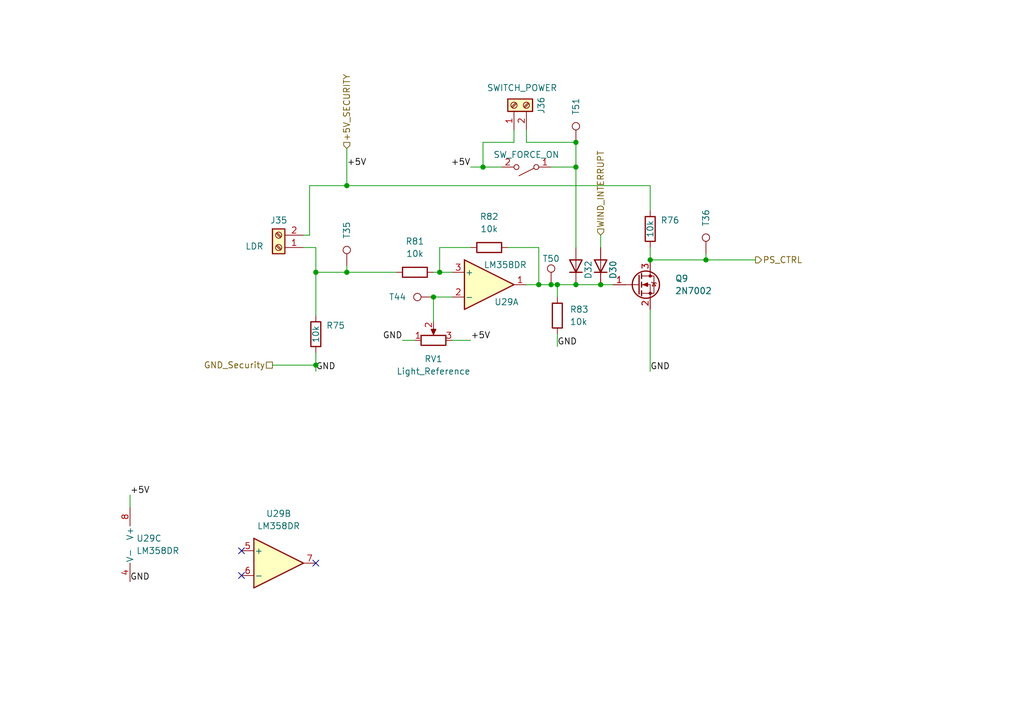
<source format=kicad_sch>
(kicad_sch (version 20231120) (generator "eeschema") (generator_version "8.0")
  (paper "A5")
  (title_block (date "2024-04-17") (rev "1.0"))
  (lib_symbols
    (symbol "Amplifier_Operational:LM358" (pin_names (offset 0.127))
      (property "Reference" "U" (at 0 5.08 0))
      (property "Value" "LM358" (at 0 -5.08 0))
      (symbol "LM358_1_1"
        (polyline (pts (xy -5.08 5.08) (xy 5.08 0) (xy -5.08 -5.08) (xy -5.08 5.08)) (stroke (width 0.254)) (fill (type background)))
        (pin output line (at 7.62 0 180) (length 2.54) (name "~") (number "1"))
        (pin input line (at -7.62 -2.54 0) (length 2.54) (name "-") (number "2"))
        (pin input line (at -7.62 2.54 0) (length 2.54) (name "+") (number "3"))
      )
      (symbol "LM358_2_1"
        (polyline (pts (xy -5.08 5.08) (xy 5.08 0) (xy -5.08 -5.08) (xy -5.08 5.08)) (stroke (width 0.254)) (fill (type background)))
        (pin input line (at -7.62 2.54 0) (length 2.54) (name "+") (number "5"))
        (pin input line (at -7.62 -2.54 0) (length 2.54) (name "-") (number "6"))
        (pin output line (at 7.62 0 180) (length 2.54) (name "~") (number "7"))
      )
      (symbol "LM358_3_1"
        (pin power_in line (at -2.54 -7.62 90) (length 3.81) (name "V-") (number "4"))
        (pin power_in line (at -2.54 7.62 270) (length 3.81) (name "V+") (number "8"))
      )
    )
    (symbol "Connector:Screw_Terminal_01x02" (pin_names (offset 1.016) hide)
      (property "Reference" "J" (at 0 2.54 0))
      (property "Value" "Screw_Terminal_01x02" (at 0 -5.08 0))
      (symbol "Screw_Terminal_01x02_1_1"
        (rectangle (start -1.27 1.27) (end 1.27 -3.81) (stroke (width 0.254)) (fill (type background)))
        (circle (center 0 -2.54) (radius 0.635) (stroke (width 0.1524)))
        (polyline (pts (xy -0.5334 -2.2098) (xy 0.3302 -3.048)) (stroke (width 0.1524)))
        (polyline (pts (xy -0.5334 0.3302) (xy 0.3302 -0.508)) (stroke (width 0.1524)))
        (polyline (pts (xy -0.3556 -2.032) (xy 0.508 -2.8702)) (stroke (width 0.1524)))
        (polyline (pts (xy -0.3556 0.508) (xy 0.508 -0.3302)) (stroke (width 0.1524)))
        (circle (center 0 0) (radius 0.635) (stroke (width 0.1524)))
        (pin passive line (at -5.08 0 0) (length 3.81) (name "Pin_1") (number "1"))
        (pin passive line (at -5.08 -2.54 0) (length 3.81) (name "Pin_2") (number "2"))
      )
    )
    (symbol "Connector:TestPoint" (pin_numbers hide) (pin_names (offset 0.762) hide)
      (property "Reference" "TP" (at 0 6.858 0))
      (property "Value" "TestPoint" (at 0 5.08 0))
      (symbol "TestPoint_0_1"
        (circle (center 0 3.302) (radius 0.762))
      )
      (symbol "TestPoint_1_1"
        (pin passive line (at 0 0 90) (length 2.54) (name "1") (number "1"))
      )
    )
    (symbol "Device:R" (pin_numbers hide) (pin_names (offset 0))
      (property "Reference" "R" (at 2.032 0 90))
      (property "Value" "R" (at 0 0 90))
      (symbol "R_0_1"
        (rectangle (start -1.016 -2.54) (end 1.016 2.54) (stroke (width 0.254)))
      )
      (symbol "R_1_1"
        (pin passive line (at 0 3.81 270) (length 1.27) (name "~") (number "1"))
        (pin passive line (at 0 -3.81 90) (length 1.27) (name "~") (number "2"))
      )
    )
    (symbol "Device:R_Potentiometer" (pin_names (offset 1.016) hide)
      (property "Reference" "RV" (at -4.445 0 90))
      (property "Value" "R_Potentiometer" (at -2.54 0 90))
      (symbol "R_Potentiometer_0_1"
        (polyline (pts (xy 2.54 0) (xy 1.524 0)))
        (polyline (pts (xy 1.143 0) (xy 2.286 0.508) (xy 2.286 -0.508) (xy 1.143 0)) (fill (type outline)))
        (rectangle (start 1.016 2.54) (end -1.016 -2.54) (stroke (width 0.254)))
      )
      (symbol "R_Potentiometer_1_1"
        (pin passive line (at 0 3.81 270) (length 1.27) (name "1") (number "1"))
        (pin passive line (at 3.81 0 180) (length 1.27) (name "2") (number "2"))
        (pin passive line (at 0 -3.81 90) (length 1.27) (name "3") (number "3"))
      )
    )
    (symbol "Diode:1N4148" (pin_numbers hide) (pin_names hide)
      (property "Reference" "D" (at 0 2.54 0))
      (property "Value" "1N4148" (at 0 -2.54 0))
      (symbol "1N4148_0_1"
        (polyline (pts (xy -1.27 1.27) (xy -1.27 -1.27)) (stroke (width 0.254)))
        (polyline (pts (xy 1.27 0) (xy -1.27 0)))
        (polyline (pts (xy 1.27 1.27) (xy 1.27 -1.27) (xy -1.27 0) (xy 1.27 1.27)) (stroke (width 0.254)))
      )
      (symbol "1N4148_1_1"
        (pin passive line (at -3.81 0 0) (length 2.54) (name "K") (number "1"))
        (pin passive line (at 3.81 0 180) (length 2.54) (name "A") (number "2"))
      )
    )
    (symbol "Switch:SW_DPST_x2" (pin_names (offset 0) hide)
      (property "Reference" "SW" (at 0 3.175 0))
      (property "Value" "SW_DPST_x2" (at 0 -2.54 0))
      (symbol "SW_DPST_x2_0_0"
        (circle (center -2.032 0) (radius 0.508))
        (polyline (pts (xy -1.524 0.254) (xy 1.524 1.778)))
        (circle (center 2.032 0) (radius 0.508))
      )
      (symbol "SW_DPST_x2_1_1"
        (pin passive line (at -5.08 0 0) (length 2.54) (name "A") (number "1"))
        (pin passive line (at 5.08 0 180) (length 2.54) (name "B") (number "2"))
      )
      (symbol "SW_DPST_x2_2_1"
        (pin passive line (at -5.08 0 0) (length 2.54) (name "A") (number "3"))
        (pin passive line (at 5.08 0 180) (length 2.54) (name "B") (number "4"))
      )
    )
    (symbol "Transistor_FET:2N7002" (pin_names hide)
      (property "Reference" "Q" (at 5.08 1.905 0))
      (property "Value" "2N7002" (at 5.08 0 0))
      (symbol "2N7002_0_1"
        (polyline (pts (xy 0.254 0) (xy -2.54 0)))
        (polyline (pts (xy 0.254 1.905) (xy 0.254 -1.905)) (stroke (width 0.254)))
        (polyline (pts (xy 0.762 -1.27) (xy 0.762 -2.286)) (stroke (width 0.254)))
        (polyline (pts (xy 0.762 0.508) (xy 0.762 -0.508)) (stroke (width 0.254)))
        (polyline (pts (xy 0.762 2.286) (xy 0.762 1.27)) (stroke (width 0.254)))
        (polyline (pts (xy 2.54 2.54) (xy 2.54 1.778)))
        (polyline (pts (xy 2.54 -2.54) (xy 2.54 0) (xy 0.762 0)))
        (polyline (pts (xy 0.762 -1.778) (xy 3.302 -1.778) (xy 3.302 1.778) (xy 0.762 1.778)))
        (polyline (pts (xy 1.016 0) (xy 2.032 0.381) (xy 2.032 -0.381) (xy 1.016 0)) (fill (type outline)))
        (polyline (pts (xy 2.794 0.508) (xy 2.921 0.381) (xy 3.683 0.381) (xy 3.81 0.254)))
        (polyline (pts (xy 3.302 0.381) (xy 2.921 -0.254) (xy 3.683 -0.254) (xy 3.302 0.381)))
        (circle (center 1.651 0) (radius 2.794) (stroke (width 0.254)))
        (circle (center 2.54 -1.778) (radius 0.254) (fill (type outline)))
        (circle (center 2.54 1.778) (radius 0.254) (fill (type outline)))
      )
      (symbol "2N7002_1_1"
        (pin input line (at -5.08 0 0) (length 2.54) (name "G") (number "1"))
        (pin passive line (at 2.54 -5.08 90) (length 2.54) (name "S") (number "2"))
        (pin passive line (at 2.54 5.08 270) (length 2.54) (name "D") (number "3"))
      )
    )
  )
  (junction (at 64.77 74.93))
  (junction (at 123.19 58.42))
  (junction (at 99.06 34.29))
  (junction (at 118.11 29.21))
  (junction (at 118.11 34.29))
  (junction (at 144.78 53.34))
  (junction (at 90.17 55.88))
  (junction (at 113.03 58.42))
  (junction (at 71.12 38.1))
  (junction (at 118.11 58.42))
  (junction (at 71.12 55.88))
  (junction (at 114.3 58.42))
  (junction (at 133.35 53.34))
  (junction (at 110.49 58.42))
  (junction (at 88.9 60.96))
  (junction (at 64.77 55.88))
  (no_connect (at 49.53 113.03))
  (no_connect (at 64.77 115.57))
  (no_connect (at 49.53 118.11))
  (wire (pts (xy 114.3 60.96) (xy 114.3 58.42)))
  (wire (pts (xy 96.52 50.8) (xy 90.17 50.8)))
  (wire (pts (xy 88.9 55.88) (xy 90.17 55.88)))
  (wire (pts (xy 144.78 52.07) (xy 144.78 53.34)))
  (wire (pts (xy 88.9 60.96) (xy 92.71 60.96)))
  (wire (pts (xy 107.95 29.21) (xy 118.11 29.21)))
  (wire (pts (xy 114.3 58.42) (xy 118.11 58.42)))
  (wire (pts (xy 63.5 38.1) (xy 63.5 48.26)))
  (wire (pts (xy 113.03 58.42) (xy 114.3 58.42)))
  (wire (pts (xy 63.5 48.26) (xy 62.23 48.26)))
  (wire (pts (xy 118.11 34.29) (xy 113.03 34.29)))
  (wire (pts (xy 118.11 34.29) (xy 118.11 50.8)))
  (wire (pts (xy 88.9 66.04) (xy 88.9 60.96)))
  (wire (pts (xy 144.78 53.34) (xy 154.94 53.34)))
  (wire (pts (xy 64.77 55.88) (xy 71.12 55.88)))
  (wire (pts (xy 64.77 72.39) (xy 64.77 74.93)))
  (wire (pts (xy 118.11 29.21) (xy 118.11 34.29)))
  (wire (pts (xy 26.67 101.6) (xy 26.67 104.14)))
  (wire (pts (xy 133.35 38.1) (xy 71.12 38.1)))
  (wire (pts (xy 104.14 50.8) (xy 110.49 50.8)))
  (wire (pts (xy 92.71 69.85) (xy 96.52 69.85)))
  (wire (pts (xy 107.95 58.42) (xy 110.49 58.42)))
  (wire (pts (xy 90.17 50.8) (xy 90.17 55.88)))
  (wire (pts (xy 105.41 29.21) (xy 99.06 29.21)))
  (wire (pts (xy 118.11 58.42) (xy 123.19 58.42)))
  (wire (pts (xy 99.06 29.21) (xy 99.06 34.29)))
  (wire (pts (xy 63.5 38.1) (xy 71.12 38.1)))
  (wire (pts (xy 64.77 74.93) (xy 64.77 76.2)))
  (wire (pts (xy 110.49 58.42) (xy 113.03 58.42)))
  (wire (pts (xy 123.19 48.26) (xy 123.19 50.8)))
  (wire (pts (xy 64.77 50.8) (xy 64.77 55.88)))
  (wire (pts (xy 71.12 55.88) (xy 71.12 54.61)))
  (wire (pts (xy 99.06 34.29) (xy 102.87 34.29)))
  (wire (pts (xy 82.55 69.85) (xy 85.09 69.85)))
  (wire (pts (xy 114.3 68.58) (xy 114.3 71.12)))
  (wire (pts (xy 107.95 26.67) (xy 107.95 29.21)))
  (wire (pts (xy 96.52 34.29) (xy 99.06 34.29)))
  (wire (pts (xy 71.12 38.1) (xy 71.12 30.48)))
  (wire (pts (xy 110.49 50.8) (xy 110.49 58.42)))
  (wire (pts (xy 133.35 53.34) (xy 144.78 53.34)))
  (wire (pts (xy 105.41 26.67) (xy 105.41 29.21)))
  (wire (pts (xy 133.35 50.8) (xy 133.35 53.34)))
  (wire (pts (xy 133.35 43.18) (xy 133.35 38.1)))
  (wire (pts (xy 125.73 58.42) (xy 123.19 58.42)))
  (wire (pts (xy 64.77 55.88) (xy 64.77 64.77)))
  (wire (pts (xy 71.12 55.88) (xy 81.28 55.88)))
  (wire (pts (xy 133.35 63.5) (xy 133.35 76.2)))
  (wire (pts (xy 55.88 74.93) (xy 64.77 74.93)))
  (wire (pts (xy 62.23 50.8) (xy 64.77 50.8)))
  (wire (pts (xy 90.17 55.88) (xy 92.71 55.88)))
  (label "GND" (at 26.67 119.38 0))
  (label "+5V" (at 26.67 101.6 0))
  (label "GND" (at 114.3 71.12 0))
  (label "GND" (at 133.35 76.2 0))
  (label "+5V" (at 96.52 34.29 180))
  (label "+5V" (at 96.52 69.85 0))
  (label "GND" (at 82.55 69.85 180))
  (label "GND" (at 64.77 76.2 0))
  (label "+5V" (at 71.12 34.29 0))
  (hierarchical_label "+5V_SECURITY" (shape input) (at 71.12 30.48 90))
  (hierarchical_label "PS_CTRL" (shape output) (at 154.94 53.34 0))
  (hierarchical_label "GND_Security" (shape passive) (at 55.88 74.93 180))
  (hierarchical_label "WIND_INTERRUPT" (shape input) (at 123.19 48.26 90))
  (symbol (lib_id "Connector:TestPoint") (at 71.12 54.61 0) (unit 1)
    (property "Reference" "T35" (at 71.12 47.244 90))
    (property "Value" "TP" (effects (hide yes)))
    (property "Footprint" "TestPoint:TestPoint_Pad_D1.0mm" (effects (hide yes)))
    (property "Description" "test point" (effects (hide yes)))
  )
  (symbol (lib_id "Device:R") (at 64.77 68.58 180) (unit 1)
    (property "Reference" "R75" (at 68.834 66.802 0))
    (property "Value" "10k" (at 64.77 68.58 90))
    (property "Footprint" "Resistor_SMD:R_0603_1608Metric" (effects (hide yes)))
  )
  (symbol (lib_id "Device:R") (at 100.33 50.8 90) (unit 1)
    (property "Reference" "R82" (at 100.33 44.45 90))
    (property "Value" "10k" (at 100.33 46.99 90))
    (property "Footprint" "Resistor_SMD:R_0603_1608Metric" (effects (hide yes)))
  )
  (symbol (lib_id "Connector:TestPoint") (at 144.78 52.07 0) (unit 1)
    (property "Reference" "T36" (at 144.78 44.704 90))
    (property "Value" "TP" (effects (hide yes)))
    (property "Footprint" "TestPoint:TestPoint_Pad_D1.0mm" (effects (hide yes)))
    (property "Description" "test point" (effects (hide yes)))
  )
  (symbol (lib_id "Switch:SW_DPST_x2") (at 107.95 34.29 180) (unit 1)
    (property "Reference" "SW7" (effects (hide yes)))
    (property "Value" "SW_FORCE_ON" (at 107.95 31.75 0))
    (property "Footprint" "Button_Switch_SMD:SW_Push_1P1T_NO_CK_KSC7xxJ" (effects (hide yes)))
    (property "Description" "Single Pole Single Throw (SPST) switch, separate symbol" (effects (hide yes)))
  )
  (symbol (lib_id "Connector:TestPoint") (at 88.9 60.96 90) (unit 1)
    (property "Reference" "T44" (at 81.534 60.96 90))
    (property "Value" "TP" (effects (hide yes)))
    (property "Footprint" "TestPoint:TestPoint_Pad_D1.0mm" (effects (hide yes)))
    (property "Description" "test point" (effects (hide yes)))
  )
  (symbol (lib_id "Connector:Screw_Terminal_01x02") (at 57.15 50.8 180) (unit 1)
    (property "Reference" "J35" (at 55.372 45.212 0) (effects (justify right)))
    (property "Value" "LDR" (at 50.292 50.546 0) (effects (justify right)))
    (property "Footprint" "TerminalBlock_Phoenix:TerminalBlock_Phoenix_MPT-0,5-2-2.54_1x02_P2.54mm_Horizontal" (effects (hide yes)))
    (property "Description" "Generic screw terminal, single row, 01x02, script generated (kicad-library-utils/schlib/autogen/connector/)" (effects (hide yes)))
  )
  (symbol (lib_id "Device:R") (at 85.09 55.88 90) (unit 1)
    (property "Reference" "R81" (at 85.09 49.53 90))
    (property "Value" "10k" (at 85.09 52.07 90))
    (property "Footprint" "Resistor_SMD:R_0603_1608Metric" (effects (hide yes)))
  )
  (symbol (lib_id "Amplifier_Operational:LM358") (at 57.15 115.57 0) (unit 2)
    (property "Reference" "U29" (at 57.15 105.41 0))
    (property "Value" "LM358DR" (at 57.15 107.95 0))
    (property "Footprint" "Package_SO:TSSOP-8_4.4x3mm_P0.65mm" (effects (hide yes)))
    (property "Datasheet" "http://www.ti.com/lit/ds/symlink/lm2904-n.pdf" (effects (hide yes)))
    (property "Description" "Low-Power, Dual Operational Amplifiers, DIP-8/SOIC-8/TO-99-8" (effects (hide yes)))
  )
  (symbol (lib_id "Connector:TestPoint") (at 118.11 29.21 0) (unit 1)
    (property "Reference" "T51" (at 118.11 21.844 90))
    (property "Value" "TP" (effects (hide yes)))
    (property "Footprint" "TestPoint:TestPoint_Pad_D1.0mm" (effects (hide yes)))
    (property "Description" "test point" (effects (hide yes)))
  )
  (symbol (lib_id "Device:R") (at 114.3 64.77 180) (unit 1)
    (property "Reference" "R83" (at 116.84 63.4999 0) (effects (justify right)))
    (property "Value" "10k" (at 116.84 66.0399 0) (effects (justify right)))
    (property "Footprint" "Resistor_SMD:R_0603_1608Metric" (effects (hide yes)))
  )
  (symbol (lib_id "Diode:1N4148") (at 118.11 54.61 90) (unit 1)
    (property "Reference" "D32" (at 120.65 55.372 0))
    (property "Value" "1N4148" (effects (hide yes)))
    (property "Footprint" "Diode_SMD:D_SOD-323" (effects (hide yes)))
    (property "Datasheet" "https://assets.nexperia.com/documents/data-sheet/1N4148_1N4448.pdf" (effects (hide yes)))
    (property "Description" "100V 0.15A standard switching diode, DO-35" (effects (hide yes)))
    (property "Sim.Device" "D" (effects (hide yes)))
    (property "Sim.Pins" "1=K 2=A" (effects (hide yes)))
  )
  (symbol (lib_id "Amplifier_Operational:LM358") (at 29.21 111.76 0) (unit 3)
    (property "Reference" "U29" (at 27.94 110.4899 0) (effects (justify left)))
    (property "Value" "LM358DR" (at 27.94 113.0299 0) (effects (justify left)))
    (property "Footprint" "Package_SO:TSSOP-8_4.4x3mm_P0.65mm" (effects (hide yes)))
    (property "Datasheet" "http://www.ti.com/lit/ds/symlink/lm2904-n.pdf" (effects (hide yes)))
    (property "Description" "Low-Power, Dual Operational Amplifiers, DIP-8/SOIC-8/TO-99-8" (effects (hide yes)))
  )
  (symbol (lib_id "Connector:TestPoint") (at 113.03 58.42 0) (unit 1)
    (property "Reference" "T50" (at 113.03 53.086 0))
    (property "Value" "TP" (effects (hide yes)))
    (property "Footprint" "TestPoint:TestPoint_Pad_D1.0mm" (effects (hide yes)))
    (property "Description" "test point" (effects (hide yes)))
  )
  (symbol (lib_id "Device:R") (at 133.35 46.99 180) (unit 1)
    (property "Reference" "R76" (at 137.414 45.212 0))
    (property "Value" "10k" (at 133.35 46.99 90))
    (property "Footprint" "Resistor_SMD:R_0603_1608Metric" (effects (hide yes)))
  )
  (symbol (lib_id "Device:R_Potentiometer") (at 88.9 69.85 90) (unit 1)
    (property "Reference" "RV1" (at 88.9 73.66 90))
    (property "Value" "Light_Reference" (at 88.9 76.2 90))
    (property "Footprint" "Potentiometer_SMD:Potentiometer_Bourns_3314S_Horizontal" (effects (hide yes)))
    (property "Description" "Potentiometer" (effects (hide yes)))
  )
  (symbol (lib_id "Diode:1N4148") (at 123.19 54.61 90) (unit 1)
    (property "Reference" "D30" (at 125.73 55.372 0))
    (property "Value" "1N4148" (effects (hide yes)))
    (property "Footprint" "Diode_SMD:D_SOD-323" (effects (hide yes)))
    (property "Datasheet" "https://assets.nexperia.com/documents/data-sheet/1N4148_1N4448.pdf" (effects (hide yes)))
    (property "Description" "100V 0.15A standard switching diode, DO-35" (effects (hide yes)))
    (property "Sim.Device" "D" (effects (hide yes)))
    (property "Sim.Pins" "1=K 2=A" (effects (hide yes)))
  )
  (symbol (lib_id "Amplifier_Operational:LM358") (at 100.33 58.42 0) (unit 1)
    (property "Reference" "U29" (at 103.886 61.976 0))
    (property "Value" "LM358DR" (at 103.632 54.356 0))
    (property "Footprint" "Package_SO:TSSOP-8_4.4x3mm_P0.65mm" (effects (hide yes)))
    (property "Datasheet" "http://www.ti.com/lit/ds/symlink/lm2904-n.pdf" (effects (hide yes)))
    (property "Description" "Low-Power, Dual Operational Amplifiers, DIP-8/SOIC-8/TO-99-8" (effects (hide yes)))
  )
  (symbol (lib_id "Transistor_FET:2N7002") (at 130.81 58.42 0) (unit 1)
    (property "Reference" "Q9" (at 138.43 57.1499 0) (effects (justify left)))
    (property "Value" "2N7002" (at 138.43 59.6899 0) (effects (justify left)))
    (property "Footprint" "Package_TO_SOT_SMD:SOT-23" (effects (hide yes)))
    (property "Datasheet" "https://www.onsemi.com/pub/Collateral/NDS7002A-D.PDF" (effects (hide yes)))
    (property "Description" "0.115A Id, 60V Vds, N-Channel MOSFET, SOT-23" (effects (hide yes)))
  )
  (symbol (lib_id "Connector:Screw_Terminal_01x02") (at 105.41 21.59 90) (unit 1)
    (property "Reference" "J36" (at 110.998 19.812 0) (effects (justify right)))
    (property "Value" "SWITCH_POWER" (at 99.822 18.034 90) (effects (justify right)))
    (property "Footprint" "TerminalBlock_Phoenix:TerminalBlock_Phoenix_MPT-0,5-2-2.54_1x02_P2.54mm_Horizontal" (effects (hide yes)))
    (property "Description" "Generic screw terminal, single row, 01x02, script generated (kicad-library-utils/schlib/autogen/connector/)" (effects (hide yes)))
  )
)
</source>
